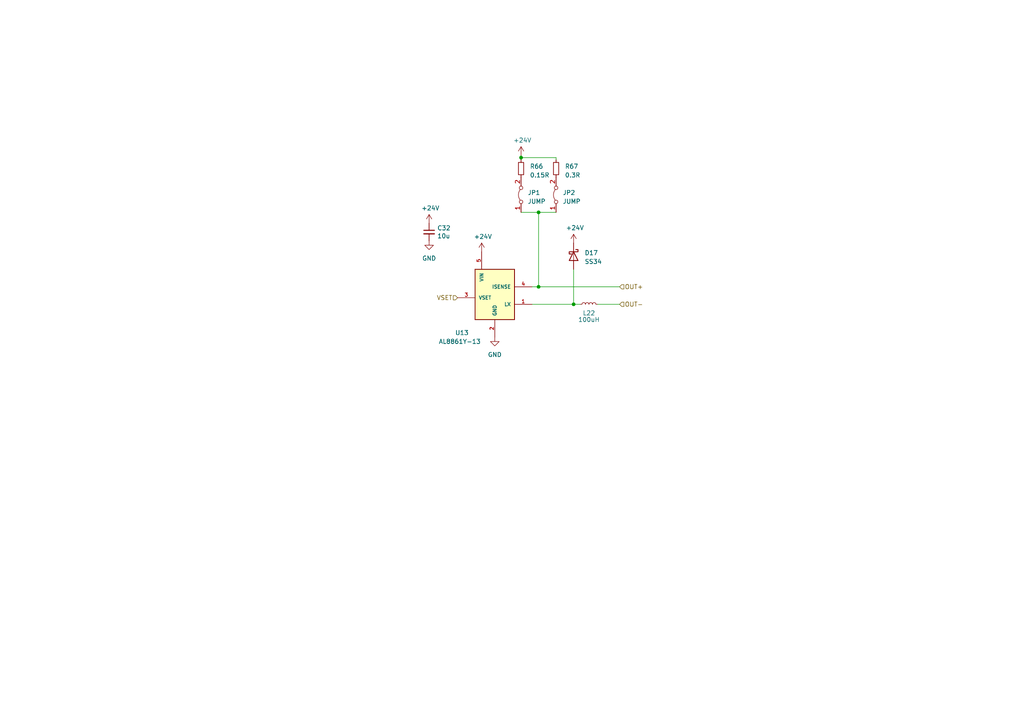
<source format=kicad_sch>
(kicad_sch (version 20230121) (generator eeschema)
  (paper "A4")
  (lib_symbols
    (symbol "+24V_4" (power) (pin_names (offset 0))
      (property "Value" "+24V_4" (at 0 3.556 0))
      (symbol "+24V_4_0_1"
        (polyline (pts (xy -0.762 1.27) (xy 0 2.54)))
        (polyline (pts (xy 0 0) (xy 0 2.54)))
        (polyline (pts (xy 0 2.54) (xy 0.762 1.27)))
      )
      (symbol "+24V_4_1_1"
        (pin power_in line (at 0 0 90) (length 0) hide (name "+24V") (number "1"))
      )
    )
    (symbol "Device:C_Small" (pin_numbers hide) (pin_names (offset 0.254) hide)
      (property "Reference" "C" (at 0.254 1.778 0))
      (property "Value" "C_Small" (at 0.254 -2.032 0))
      (symbol "C_Small_0_1"
        (polyline (pts (xy -1.524 -0.508) (xy 1.524 -0.508)) (stroke (width 0.3302)))
        (polyline (pts (xy -1.524 0.508) (xy 1.524 0.508)) (stroke (width 0.3048)))
      )
      (symbol "C_Small_1_1"
        (pin passive line (at 0 2.54 270) (length 2.032) (name "~") (number "1"))
        (pin passive line (at 0 -2.54 90) (length 2.032) (name "~") (number "2"))
      )
    )
    (symbol "Device:D_Schottky" (pin_numbers hide) (pin_names (offset 1.016) hide)
      (property "Reference" "D" (at 0 2.54 0))
      (property "Value" "D_Schottky" (at 0 -2.54 0))
      (symbol "D_Schottky_0_1"
        (polyline (pts (xy 1.27 0) (xy -1.27 0)))
        (polyline (pts (xy 1.27 1.27) (xy 1.27 -1.27) (xy -1.27 0) (xy 1.27 1.27)) (stroke (width 0.254)))
        (polyline (pts (xy -1.905 0.635) (xy -1.905 1.27) (xy -1.27 1.27) (xy -1.27 -1.27) (xy -0.635 -1.27) (xy -0.635 -0.635)) (stroke (width 0.254)))
      )
      (symbol "D_Schottky_1_1"
        (pin passive line (at -3.81 0 0) (length 2.54) (name "K") (number "1"))
        (pin passive line (at 3.81 0 180) (length 2.54) (name "A") (number "2"))
      )
    )
    (symbol "Device:L_Small" (pin_numbers hide) (pin_names (offset 0.254) hide)
      (property "Reference" "L" (at 0.762 1.016 0))
      (property "Value" "L_Small" (at 0.762 -1.016 0))
      (symbol "L_Small_0_1"
        (arc (start 0 -2.032) (mid 0.5058 -1.524) (end 0 -1.016))
        (arc (start 0 -1.016) (mid 0.5058 -0.508) (end 0 0))
        (arc (start 0 0) (mid 0.5058 0.508) (end 0 1.016))
        (arc (start 0 1.016) (mid 0.5058 1.524) (end 0 2.032))
      )
      (symbol "L_Small_1_1"
        (pin passive line (at 0 2.54 270) (length 0.508) (name "~") (number "1"))
        (pin passive line (at 0 -2.54 90) (length 0.508) (name "~") (number "2"))
      )
    )
    (symbol "Device:R_Small" (pin_numbers hide) (pin_names (offset 0.254) hide)
      (property "Reference" "R" (at 0.762 0.508 0))
      (property "Value" "R_Small" (at 0.762 -1.016 0))
      (symbol "R_Small_0_1"
        (rectangle (start -0.762 1.778) (end 0.762 -1.778) (stroke (width 0.2032)))
      )
      (symbol "R_Small_1_1"
        (pin passive line (at 0 2.54 270) (length 0.762) (name "~") (number "1"))
        (pin passive line (at 0 -2.54 90) (length 0.762) (name "~") (number "2"))
      )
    )
    (symbol "Jumper:Jumper_2_Bridged" (pin_names (offset 0) hide)
      (property "Reference" "JP" (at 0 1.905 0))
      (property "Value" "Jumper_2_Bridged" (at 0 -2.54 0))
      (symbol "Jumper_2_Bridged_0_0"
        (circle (center -2.032 0) (radius 0.508))
        (circle (center 2.032 0) (radius 0.508))
      )
      (symbol "Jumper_2_Bridged_0_1"
        (arc (start 1.524 0.254) (mid 0 0.762) (end -1.524 0.254))
      )
      (symbol "Jumper_2_Bridged_1_1"
        (pin passive line (at -5.08 0 0) (length 2.54) (name "A") (number "1"))
        (pin passive line (at 5.08 0 180) (length 2.54) (name "B") (number "2"))
      )
    )
    (symbol "maxlibrary:AL8861Y-SOT89-5" (pin_names (offset 1.016))
      (property "Reference" "U13" (at 10.795 16.51 0))
      (property "Value" "AL8861Y-13" (at 10.795 13.97 0))
      (symbol "AL8861Y-SOT89-5_0_0"
        (rectangle (start -5.715 10.795) (end 5.715 -3.81) (stroke (width 0.254)) (fill (type background)))
        (pin output line (at 10.795 0.635 180) (length 5.08) (name "LX") (number "1"))
        (pin power_in line (at 0 -8.89 90) (length 5.08) (name "GND") (number "2"))
        (pin input line (at -10.795 2.54 0) (length 5.08) (name "VSET") (number "3"))
        (pin passive line (at 10.795 5.715 180) (length 5.08) (name "ISENSE") (number "4"))
        (pin input line (at -3.81 15.875 270) (length 5.08) (name "VIN") (number "5"))
      )
    )
    (symbol "power:GND" (power) (pin_names (offset 0))
      (property "Value" "GND" (at 0 -3.81 0))
      (symbol "GND_0_1"
        (polyline (pts (xy 0 0) (xy 0 -1.27) (xy 1.27 -1.27) (xy 0 -2.54) (xy -1.27 -1.27) (xy 0 -1.27)))
      )
      (symbol "GND_1_1"
        (pin power_in line (at 0 0 270) (length 0) hide (name "GND") (number "1"))
      )
    )
  )
  (junction (at 156.21 83.185))
  (junction (at 166.37 88.265))
  (junction (at 151.13 45.72))
  (junction (at 156.21 61.595))
  (wire (pts (xy 154.305 88.265) (xy 166.37 88.265)))
  (wire (pts (xy 161.29 46.355) (xy 161.29 45.72)))
  (wire (pts (xy 151.13 61.595) (xy 156.21 61.595)))
  (wire (pts (xy 154.305 83.185) (xy 156.21 83.185)))
  (wire (pts (xy 156.21 83.185) (xy 179.705 83.185)))
  (wire (pts (xy 173.355 88.265) (xy 179.705 88.265)))
  (wire (pts (xy 166.37 78.105) (xy 166.37 88.265)))
  (wire (pts (xy 156.21 61.595) (xy 156.21 83.185)))
  (wire (pts (xy 161.29 45.72) (xy 151.13 45.72)))
  (wire (pts (xy 166.37 88.265) (xy 168.275 88.265)))
  (wire (pts (xy 156.21 61.595) (xy 161.29 61.595)))
  (wire (pts (xy 151.13 45.72) (xy 151.13 46.355)))
  (wire (pts (xy 151.13 45.085) (xy 151.13 45.72)))
  (hierarchical_label "OUT-" (shape input) (at 179.705 88.265 0))
  (hierarchical_label "OUT+" (shape input) (at 179.705 83.185 0))
  (hierarchical_label "VSET" (shape input) (at 132.715 86.36 180))
  (symbol (lib_name "+24V_4") (lib_id "power:+24V") (at 151.13 45.085 0) (unit 1)
    (property "Reference" "#PWR0116" (effects hide))
    (property "Value" "+24V" (at 151.511 40.6908 0))
    (instances (project "pipcb" (path "" (reference "#PWR0116") (unit 1)) (path "" (reference "#PWR09") (unit 1)) (path "" (reference "#PWR0155") (unit 1)) (path "" (reference "#PWR053") (unit 1)) (path "" (reference "#PWR0125") (unit 1)) (path "" (reference "#PWR0131") (unit 1)) (path "" (reference "#PWR0138") (unit 1)) (path "" (reference "#PWR0143") (unit 1)) (path "" (reference "#PWR0149") (unit 1)) (path "" (reference "#PWR0162") (unit 1)) (path "" (reference "#PWR0163") (unit 1))) (project "power" (path "" (reference "#PWR?") (unit 1))))
  )
  (symbol (lib_name "+24V_4") (lib_id "power:+24V") (at 124.46 64.77 0) (unit 1)
    (property "Reference" "#PWR0116" (effects hide))
    (property "Value" "+24V" (at 124.841 60.3758 0))
    (instances (project "pipcb" (path "" (reference "#PWR0116") (unit 1)) (path "" (reference "#PWR09") (unit 1)) (path "" (reference "#PWR0155") (unit 1)) (path "" (reference "#PWR053") (unit 1)) (path "" (reference "#PWR0125") (unit 1)) (path "" (reference "#PWR0131") (unit 1)) (path "" (reference "#PWR0138") (unit 1)) (path "" (reference "#PWR0143") (unit 1)) (path "" (reference "#PWR0149") (unit 1)) (path "" (reference "#PWR0118") (unit 1)) (path "" (reference "#PWR0164") (unit 1))) (project "power" (path "" (reference "#PWR?") (unit 1))))
  )
  (symbol (lib_id "power:GND") (at 143.51 97.79 0) (unit 1)
    (property "Reference" "#PWR0117" (effects hide))
    (property "Value" "GND" (at 143.51 102.87 0))
    (instances (project "pipcb" (path "" (reference "#PWR0117") (unit 1)) (path "" (reference "#PWR0168") (unit 1))))
  )
  (symbol (lib_name "+24V_4") (lib_id "power:+24V") (at 166.37 70.485 0) (unit 1)
    (property "Reference" "#PWR0116" (effects hide))
    (property "Value" "+24V" (at 166.751 66.0908 0))
    (instances (project "pipcb" (path "" (reference "#PWR0116") (unit 1)) (path "" (reference "#PWR09") (unit 1)) (path "" (reference "#PWR0155") (unit 1)) (path "" (reference "#PWR053") (unit 1)) (path "" (reference "#PWR0125") (unit 1)) (path "" (reference "#PWR0131") (unit 1)) (path "" (reference "#PWR0138") (unit 1)) (path "" (reference "#PWR0143") (unit 1)) (path "" (reference "#PWR0149") (unit 1)) (path "" (reference "#PWR0161") (unit 1)) (path "" (reference "#PWR0166") (unit 1))) (project "power" (path "" (reference "#PWR?") (unit 1))))
  )
  (symbol (lib_id "maxlibrary:AL8861Y-SOT89-5") (at 143.51 88.9 0) (unit 1)
    (property "Reference" "U13" (at 133.985 96.52 0))
    (property "Value" "AL8861Y-13" (at 133.35 99.06 0))
    (property "Footprint" "CONV_AL8861Y-13" (effects hide))
    (property "MANUFACTURER" "DIODES INCORPORATED" (effects hide))
    (property "PARTREV" "3-2" (effects hide))
    (property "STANDARD" "Manufacturer Recommendations" (effects hide))
    (property "LCSC Part #" "C507867" (effects hide))
    (instances (project "pipcb" (path "" (reference "U13") (unit 1)) (path "" (reference "U13") (unit 1)) (path "" (reference "U13") (unit 1)) (path "" (reference "U22") (unit 1))))
  )
  (symbol (lib_id "Jumper:Jumper_2_Bridged") (at 151.13 56.515 90) (unit 1)
    (property "Reference" "JP1" (at 153.035 55.88 90) (effects (justify right)))
    (property "Value" "JUMP" (at 153.035 58.42 90) (effects (justify right)))
    (property "Footprint" "Connector_PinHeader_2.54mm:PinHeader_1x02_P2.54mm_Vertical" (effects hide))
    (property "LCSC Part #" "C5305" (effects hide))
    (instances (project "pipcb" (path "" (reference "JP1") (unit 1)) (path "" (reference "JP3") (unit 1))))
  )
  (symbol (lib_id "Device:C_Small") (at 124.46 67.31 0) (unit 1)
    (property "Reference" "C32" (at 126.7968 66.1416 0) (effects (justify left)))
    (property "Value" "10u" (at 126.7968 68.453 0) (effects (justify left)))
    (property "Footprint" "Capacitor_SMD:C_1206_3216Metric" (effects hide))
    (property "LCSC Part #" "C13585" (effects hide))
    (instances (project "pipcb" (path "" (reference "C32") (unit 1)) (path "" (reference "C37") (unit 1)) (path "" (reference "C90") (unit 1)) (path "" (reference "C42") (unit 1)) (path "" (reference "C50") (unit 1)) (path "" (reference "C58") (unit 1)) (path "" (reference "C66") (unit 1)) (path "" (reference "C74") (unit 1)) (path "" (reference "C82") (unit 1)) (path "" (reference "C32") (unit 1)) (path "" (reference "C33") (unit 1))) (project "power" (path "" (reference "C?") (unit 1))))
  )
  (symbol (lib_id "power:GND") (at 124.46 69.85 0) (unit 1)
    (property "Reference" "#PWR0160" (effects hide))
    (property "Value" "GND" (at 124.46 74.93 0))
    (instances (project "pipcb" (path "" (reference "#PWR0160") (unit 1)) (path "" (reference "#PWR0165") (unit 1))))
  )
  (symbol (lib_id "Jumper:Jumper_2_Bridged") (at 161.29 56.515 90) (unit 1)
    (property "Reference" "JP2" (at 163.195 55.88 90) (effects (justify right)))
    (property "Value" "JUMP" (at 163.195 58.42 90) (effects (justify right)))
    (property "Footprint" "Connector_PinHeader_2.54mm:PinHeader_1x02_P2.54mm_Vertical" (effects hide))
    (property "LCSC Part #" "C5305" (effects hide))
    (instances (project "pipcb" (path "" (reference "JP2") (unit 1)) (path "" (reference "JP4") (unit 1))))
  )
  (symbol (lib_id "Device:R_Small") (at 151.13 48.895 0) (unit 1)
    (property "Reference" "R66" (at 153.67 48.26 0) (effects (justify left)))
    (property "Value" "0.15R" (at 153.67 50.8 0) (effects (justify left)))
    (property "Footprint" "Resistor_SMD:R_2512_6332Metric" (effects hide))
    (property "LCSC Part #" "C2924565" (effects hide))
    (instances (project "pipcb" (path "" (reference "R66") (unit 1)) (path "" (reference "R65") (unit 1))))
  )
  (symbol (lib_id "Device:R_Small") (at 161.29 48.895 0) (unit 1)
    (property "Reference" "R67" (at 163.83 48.26 0) (effects (justify left)))
    (property "Value" "0.3R" (at 163.83 50.8 0) (effects (justify left)))
    (property "Footprint" "Resistor_SMD:R_2512_6332Metric" (effects hide))
    (property "LCSC Part #" "C2912677" (effects hide))
    (instances (project "pipcb" (path "" (reference "R67") (unit 1)) (path "" (reference "R68") (unit 1))))
  )
  (symbol (lib_name "+24V_4") (lib_id "power:+24V") (at 139.7 73.025 0) (unit 1)
    (property "Reference" "#PWR0116" (effects hide))
    (property "Value" "+24V" (at 140.081 68.6308 0))
    (instances (project "pipcb" (path "" (reference "#PWR0116") (unit 1)) (path "" (reference "#PWR09") (unit 1)) (path "" (reference "#PWR0155") (unit 1)) (path "" (reference "#PWR053") (unit 1)) (path "" (reference "#PWR0125") (unit 1)) (path "" (reference "#PWR0131") (unit 1)) (path "" (reference "#PWR0138") (unit 1)) (path "" (reference "#PWR0143") (unit 1)) (path "" (reference "#PWR0149") (unit 1)) (path "" (reference "#PWR0116") (unit 1)) (path "" (reference "#PWR0167") (unit 1))) (project "power" (path "" (reference "#PWR?") (unit 1))))
  )
  (symbol (lib_id "Device:L_Small") (at 170.815 88.265 90) (unit 1)
    (property "Reference" "L22" (at 170.815 90.805 90))
    (property "Value" "100uH" (at 170.815 92.71 90))
    (property "Footprint" "maxlibrary:L_SMMS1360" (effects hide))
    (property "LCSC Part #" "C149534" (effects hide))
    (instances (project "pipcb" (path "" (reference "L22") (unit 1)) (path "" (reference "L23") (unit 1))))
  )
  (symbol (lib_id "Device:D_Schottky") (at 166.37 74.295 270) (unit 1)
    (property "Reference" "D17" (at 169.545 73.3425 90) (effects (justify left)))
    (property "Value" "SS34" (at 169.545 75.8825 90) (effects (justify left)))
    (property "Footprint" "Diode_SMD:D_SMA" (effects hide))
    (property "LCSC Part #" "C8678" (effects hide))
    (instances (project "pipcb" (path "" (reference "D17") (unit 1)) (path "" (reference "D16") (unit 1))))
  )
)
</source>
